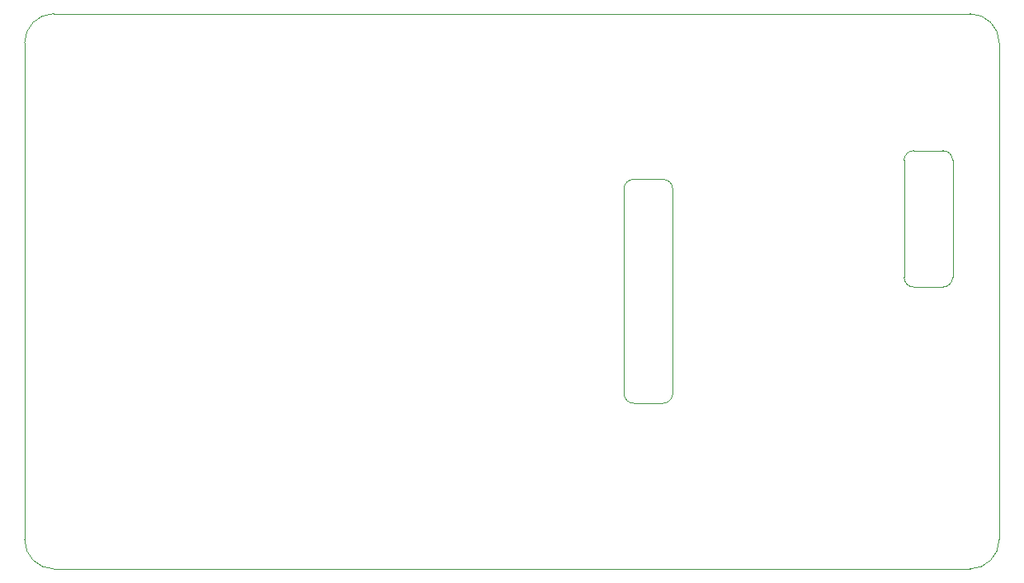
<source format=gm1>
G04 #@! TF.GenerationSoftware,KiCad,Pcbnew,(5.1.6-0)*
G04 #@! TF.CreationDate,2022-04-06T12:43:26+02:00*
G04 #@! TF.ProjectId,ESP32_TFT_bridgedpads,45535033-325f-4544-9654-5f6272696467,rev?*
G04 #@! TF.SameCoordinates,Original*
G04 #@! TF.FileFunction,Profile,NP*
%FSLAX46Y46*%
G04 Gerber Fmt 4.6, Leading zero omitted, Abs format (unit mm)*
G04 Created by KiCad (PCBNEW (5.1.6-0)) date 2022-04-06 12:43:26*
%MOMM*%
%LPD*%
G01*
G04 APERTURE LIST*
G04 #@! TA.AperFunction,Profile*
%ADD10C,0.050000*%
G04 #@! TD*
G04 APERTURE END LIST*
D10*
X138500000Y-91000000D02*
X138500000Y-73500000D01*
X41500000Y-94000000D02*
G75*
G02*
X38500000Y-91000000I0J3000000D01*
G01*
X38500000Y-40000000D02*
G75*
G02*
X41500000Y-37000000I3000000J0D01*
G01*
X138500000Y-91000000D02*
G75*
G02*
X135500000Y-94000000I-3000000J0D01*
G01*
X135500000Y-37000000D02*
G75*
G02*
X138500000Y-40000000I0J-3000000D01*
G01*
X133730000Y-52060000D02*
X133730000Y-64060000D01*
X132730000Y-51060000D02*
G75*
G02*
X133730000Y-52060000I0J-1000000D01*
G01*
X133730000Y-64060000D02*
G75*
G02*
X132730000Y-65060000I-1000000J0D01*
G01*
X129730000Y-51060000D02*
X132730000Y-51060000D01*
X101000000Y-77000000D02*
G75*
G02*
X100000000Y-76000000I0J1000000D01*
G01*
X105000000Y-76000000D02*
G75*
G02*
X104000000Y-77000000I-1000000J0D01*
G01*
X104000000Y-54000000D02*
G75*
G02*
X105000000Y-55000000I0J-1000000D01*
G01*
X100000000Y-55000000D02*
G75*
G02*
X101000000Y-54000000I1000000J0D01*
G01*
X104000000Y-54000000D02*
X101000000Y-54000000D01*
X105000000Y-76000000D02*
X105000000Y-55000000D01*
X101000000Y-77000000D02*
X104000000Y-77000000D01*
X100000000Y-55000000D02*
X100000000Y-76000000D01*
X128730000Y-52060000D02*
G75*
G02*
X129730000Y-51060000I1000000J0D01*
G01*
X129730000Y-65060000D02*
X132730000Y-65060000D01*
X129730000Y-65060000D02*
G75*
G02*
X128730000Y-64060000I0J1000000D01*
G01*
X128730000Y-52060000D02*
X128730000Y-64060000D01*
X38500000Y-91000000D02*
X38500000Y-40000000D01*
X135500000Y-94000000D02*
X41500000Y-94000000D01*
X138500000Y-40000000D02*
X138500000Y-73500000D01*
X41500000Y-37000000D02*
X135500000Y-37000000D01*
M02*

</source>
